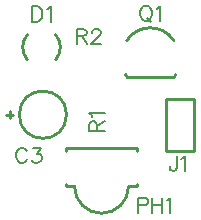
<source format=gbr>
G04 DipTrace 3.2.0.1*
G04 TopSilk.gbr*
%MOMM*%
G04 #@! TF.FileFunction,Legend,Top*
G04 #@! TF.Part,Single*
%ADD10C,0.25*%
%ADD46C,0.19608*%
%FSLAX35Y35*%
G04*
G71*
G90*
G75*
G01*
G04 TopSilk*
%LPD*%
X624250Y2444750D2*
D10*
G02X624250Y2444750I-199996J0D01*
G01*
X144238Y2414750D2*
Y2474749D1*
X114250Y2444750D2*
X174226D1*
X290830Y2913230D2*
G02X293710Y3122098I119726J102803D01*
G01*
X534670Y2913230D2*
G03X531790Y3122098I-119726J102803D01*
G01*
X1467500Y2574250D2*
X1707500D1*
Y2134250D1*
X1467500D1*
Y2574250D1*
X690792Y1840260D2*
G03X1150708Y1840260I229958J-52D01*
G01*
X620770Y1855275D2*
Y1840260D1*
X690792D1*
X1150708D2*
X1220730D1*
Y1855275D1*
Y2140230D2*
Y2160250D1*
X620770D1*
Y2140230D1*
X1533532Y2761000D2*
X1543468Y2790988D1*
X1533532Y3071002D2*
G03X1133468Y3071002I-200032J-126881D01*
G01*
Y2761000D2*
X1123532Y2790988D1*
X1133468Y2761000D2*
X1533532D1*
X289160Y2133660D2*
D46*
X283124Y2145733D1*
X270910Y2157947D1*
X258837Y2163983D1*
X234551D1*
X222337Y2157947D1*
X210264Y2145733D1*
X204087Y2133660D1*
X198051Y2115410D1*
Y2084947D1*
X204087Y2066837D1*
X210264Y2054623D1*
X222337Y2042550D1*
X234551Y2036373D1*
X258837D1*
X270910Y2042550D1*
X283124Y2054623D1*
X289160Y2066837D1*
X340590Y2163843D2*
X407272D1*
X370913Y2115270D1*
X389163D1*
X401236Y2109233D1*
X407272Y2103197D1*
X413449Y2084947D1*
Y2072873D1*
X407272Y2054623D1*
X395199Y2042410D1*
X376949Y2036373D1*
X358699D1*
X340590Y2042410D1*
X334553Y2048587D1*
X328376Y2060660D1*
X334124Y3360987D2*
Y3233377D1*
X376660D1*
X394910Y3239554D1*
X407124Y3251627D1*
X413160Y3263840D1*
X419197Y3281950D1*
Y3312414D1*
X413160Y3330664D1*
X407124Y3342737D1*
X394910Y3354950D1*
X376660Y3360987D1*
X334124D1*
X458413Y3336560D2*
X470626Y3342737D1*
X488876Y3360846D1*
Y3233377D1*
X1558304Y2095737D2*
Y1998590D1*
X1552267Y1980340D1*
X1546090Y1974304D1*
X1534017Y1968127D1*
X1521804D1*
X1509731Y1974304D1*
X1503694Y1980340D1*
X1497517Y1998590D1*
Y2010664D1*
X1597519Y2071310D2*
X1609733Y2077487D1*
X1627983Y2095596D1*
Y1968127D1*
X1225730Y1676164D2*
X1280480D1*
X1298589Y1682200D1*
X1304766Y1688377D1*
X1310803Y1700450D1*
Y1718700D1*
X1304766Y1730773D1*
X1298589Y1736950D1*
X1280480Y1742987D1*
X1225730D1*
Y1615377D1*
X1350018Y1742987D2*
Y1615377D1*
X1435091Y1742987D2*
Y1615377D1*
X1350018Y1682200D2*
X1435091D1*
X1474307Y1718560D2*
X1486520Y1724737D1*
X1504770Y1742846D1*
Y1615377D1*
X1286517Y3366987D2*
X1274444Y3361090D1*
X1262231Y3348877D1*
X1256194Y3336664D1*
X1250017Y3318414D1*
Y3288090D1*
X1256194Y3269840D1*
X1262231Y3257767D1*
X1274444Y3245554D1*
X1286517Y3239517D1*
X1310804D1*
X1323017Y3245554D1*
X1335090Y3257767D1*
X1341127Y3269840D1*
X1347304Y3288090D1*
Y3318414D1*
X1341127Y3336664D1*
X1335090Y3348877D1*
X1323017Y3361090D1*
X1310804Y3366987D1*
X1286517D1*
X1304767Y3263804D2*
X1341127Y3227304D1*
X1386519Y3342560D2*
X1398733Y3348737D1*
X1416983Y3366846D1*
Y3239377D1*
X879300Y2304124D2*
Y2358734D1*
X873123Y2376984D1*
X867087Y2383161D1*
X855014Y2389197D1*
X842800D1*
X830727Y2383161D1*
X824550Y2376984D1*
X818513Y2358734D1*
Y2304124D1*
X946123D1*
X879300Y2346661D2*
X946123Y2389197D1*
X842940Y2428413D2*
X836764Y2440626D1*
X818654Y2458876D1*
X946123D1*
X709319Y3109450D2*
X763929D1*
X782179Y3115627D1*
X788356Y3121664D1*
X794392Y3133737D1*
Y3145950D1*
X788356Y3158023D1*
X782179Y3164200D1*
X763929Y3170237D1*
X709319D1*
Y3042627D1*
X751856Y3109450D2*
X794392Y3042627D1*
X839785Y3139773D2*
Y3145810D1*
X845821Y3158023D1*
X851858Y3164060D1*
X864071Y3170096D1*
X888358D1*
X900431Y3164060D1*
X906467Y3158023D1*
X912644Y3145810D1*
Y3133737D1*
X906467Y3121523D1*
X894394Y3103414D1*
X833608Y3042627D1*
X918681D1*
M02*

</source>
